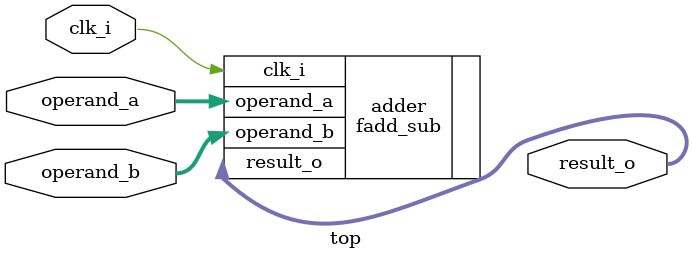
<source format=sv>

`default_nettype none
module top
(
  input logic        clk_i,
  input logic [31:0] operand_a,
  input logic [31:0] operand_b,
  output logic[31:0] result_o
);

fadd_sub adder (
    .clk_i(clk_i),
    .operand_a(operand_a),
    .operand_b(operand_b),
    .result_o (result_o)
    );
endmodule : top


</source>
